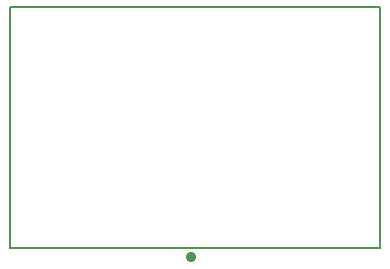
<source format=gbo>
%FSLAX33Y33*%
%MOMM*%
%ADD10C,0.15*%
%ADD11C,0.9*%
D10*
%LNbottom silkscreen_traces*%
%LNbottom silkscreen component 3bfa6d12eeac1ceb*%
G01*
X0325Y21700D02*
X0325Y1300D01*
X31675Y1300*
X31675Y21700*
X0325Y21700*
D11*
X15675Y0550D03*
M02*
</source>
